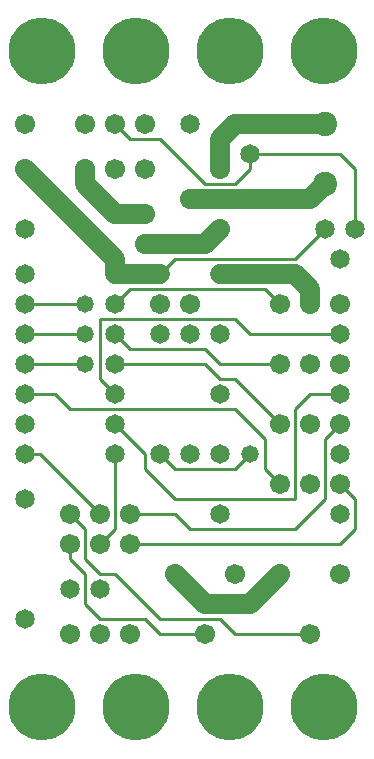
<source format=gbl>
%MOIN*%
%FSLAX25Y25*%
G04 D10 used for Character Trace; *
G04     Circle (OD=.01000) (No hole)*
G04 D11 used for Power Trace; *
G04     Circle (OD=.06700) (No hole)*
G04 D12 used for Signal Trace; *
G04     Circle (OD=.01100) (No hole)*
G04 D13 used for Via; *
G04     Circle (OD=.05800) (Round. Hole ID=.02800)*
G04 D14 used for Component hole; *
G04     Circle (OD=.06500) (Round. Hole ID=.03500)*
G04 D15 used for Component hole; *
G04     Circle (OD=.06700) (Round. Hole ID=.04300)*
G04 D16 used for Component hole; *
G04     Circle (OD=.08100) (Round. Hole ID=.05100)*
G04 D17 used for Component hole; *
G04     Circle (OD=.08900) (Round. Hole ID=.05900)*
G04 D18 used for Component hole; *
G04     Circle (OD=.11300) (Round. Hole ID=.08300)*
G04 D19 used for Component hole; *
G04     Circle (OD=.16000) (Round. Hole ID=.13000)*
G04 D20 used for Component hole; *
G04     Circle (OD=.18300) (Round. Hole ID=.15300)*
G04 D21 used for Component hole; *
G04     Circle (OD=.22291) (Round. Hole ID=.19291)*
%ADD10C,.01000*%
%ADD11C,.06700*%
%ADD12C,.01100*%
%ADD13C,.05800*%
%ADD14C,.06500*%
%ADD15C,.06700*%
%ADD16C,.08100*%
%ADD17C,.08900*%
%ADD18C,.11300*%
%ADD19C,.16000*%
%ADD20C,.18300*%
%ADD21C,.22291*%
%IPPOS*%
%LPD*%
G90*X0Y0D02*D21*X15625Y15625D03*D15*              
X35000Y40000D03*X25000D03*D12*X35000Y45000D02*    
X50000D01*X55000Y40000D01*X70000D01*D15*D03*D12*  
X80000D02*X75000Y45000D01*X80000Y40000D02*        
X105000D01*D15*D03*X115000Y60000D03*D11*          
X70000Y50000D02*X85000D01*X70000D02*              
X60000Y60000D01*D15*D03*D12*X55000Y45000D02*      
X75000D01*X55000D02*X40000Y60000D01*X35000D01*    
X30000Y65000D01*Y75000D01*X25000Y80000D01*D15*D03*
X35000Y70000D03*D12*X40000Y75000D01*Y100000D01*   
D14*D03*D12*X60000Y85000D02*X50000Y95000D01*      
X60000Y85000D02*X100000D01*Y115000D01*            
X105000Y120000D01*X115000D01*D14*D03*D15*         
X105000Y130000D03*Y110000D03*X115000Y130000D03*   
Y110000D03*D12*X110000Y105000D01*Y85000D01*       
X100000Y75000D01*X65000D01*X60000Y80000D01*       
X45000D01*D15*D03*X35000D03*D12*X15000Y100000D01* 
X10000D01*D14*D03*Y110000D03*D12*X25000Y115000D02*
X80000D01*X90000Y105000D01*Y95000D01*             
X95000Y90000D01*D15*D03*D13*X85000Y100000D03*D12* 
X80000Y95000D01*X60000D01*X55000Y100000D01*D14*   
D03*D12*X50000Y95000D02*Y100000D01*               
X40000Y110000D01*D14*D03*Y120000D03*D12*          
X35000Y125000D01*Y145000D01*X80000D01*            
X85000Y140000D01*X115000D01*D14*D03*D15*          
X105000Y150000D03*D11*Y155000D01*                 
X100000Y160000D01*X85000D01*D14*D03*D11*X75000D01*
D14*D03*D15*X65000Y150000D03*D11*X50000Y170000D02*
X70000D01*D15*X50000D03*D11*X40000Y180000D02*     
X50000D01*D15*D03*D11*X40000D02*X30000Y190000D01* 
Y195000D01*D15*D03*X40000D03*Y210000D03*D12*      
X45000Y205000D01*X55000D01*X70000Y190000D01*      
X80000D01*X85000Y195000D01*Y200000D01*D14*D03*D12*
X115000D01*X120000Y195000D01*Y175000D01*D14*D03*  
X115000Y165000D03*X110000Y175000D03*D12*          
X100000Y165000D01*X60000D01*X55000Y160000D01*D14* 
D03*D11*X40000D01*D14*D03*D11*Y165000D01*         
X30000Y175000D01*D14*D03*D11*X10000Y195000D01*D15*
D03*Y210000D03*D14*Y175000D03*D15*                
X30000Y210000D03*D14*X10000Y160000D03*D21*        
X46875Y234375D03*X15625D03*D15*X50000Y195000D03*  
Y210000D03*D12*X40000Y150000D02*X45000Y155000D01* 
D14*X40000Y150000D03*D12*X45000Y155000D02*        
X90000D01*X95000Y150000D01*D15*D03*D12*           
X75000Y130000D02*X95000D01*D15*D03*D12*Y110000D02*
X80000Y125000D01*D15*X95000Y110000D03*D12*        
X75000Y125000D02*X80000D01*X75000D02*             
X70000Y130000D01*X40000D01*D14*D03*D12*           
X45000Y135000D02*X70000D01*X75000Y130000D01*D14*  
X65000Y140000D03*X75000D03*Y120000D03*D15*        
X55000Y150000D03*D14*Y140000D03*X65000Y100000D03* 
D12*X45000Y135000D02*X40000Y140000D01*D14*D03*D13*
X30000Y150000D03*D12*X10000D01*D14*D03*Y140000D03*
D12*X30000D01*D13*D03*Y130000D03*D12*X10000D01*   
D14*D03*D12*X25000Y115000D02*X20000Y120000D01*    
X10000D01*D14*D03*Y85000D03*D15*X25000Y70000D03*  
D12*Y65000D01*X30000Y60000D01*Y50000D01*          
X35000Y45000D01*D14*X25000Y55000D03*D15*          
X45000Y40000D03*D14*X35000Y55000D03*D15*          
X45000Y70000D03*D12*X115000D01*X120000Y75000D01*  
Y85000D01*X115000Y90000D01*D15*D03*D14*Y100000D03*
D15*X105000Y90000D03*D14*X115000Y80000D03*D15*    
X95000Y60000D03*D11*X85000Y50000D01*D15*          
X80000Y60000D03*D14*X75000Y80000D03*D21*          
X78125Y15625D03*X109375D03*X46875D03*D14*         
X75000Y100000D03*X10000Y45000D03*D15*             
X115000Y150000D03*D11*X70000Y170000D02*           
X75000Y175000D01*D15*D03*X65000Y185000D03*D11*    
X105000D01*X110000Y190000D01*D16*D03*Y210000D03*  
D11*X85000D01*D14*D03*D11*X80000D01*              
X75000Y205000D01*Y195000D01*D15*D03*D14*          
X65000Y210000D03*D21*X109375Y234375D03*X78125D03* 
M02*                                              

</source>
